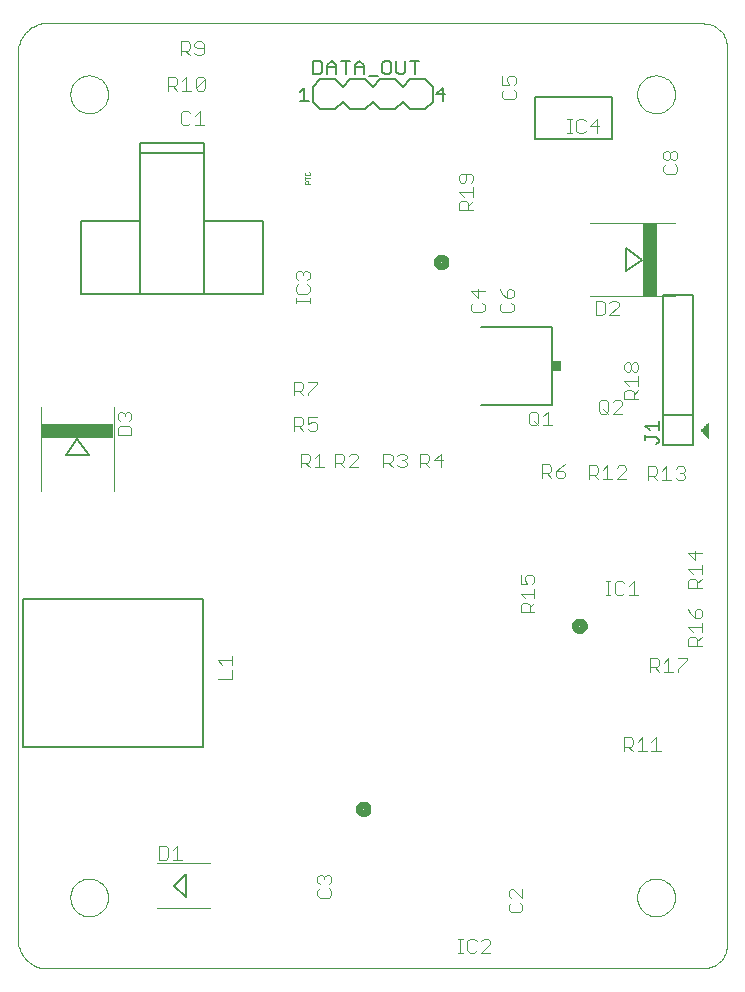
<source format=gto>
G75*
G70*
%OFA0B0*%
%FSLAX24Y24*%
%IPPOS*%
%LPD*%
%AMOC8*
5,1,8,0,0,1.08239X$1,22.5*
%
%ADD10C,0.0000*%
%ADD11C,0.0240*%
%ADD12C,0.0060*%
%ADD13C,0.0050*%
%ADD14C,0.0025*%
%ADD15C,0.0040*%
%ADD16C,0.0010*%
%ADD17C,0.0080*%
%ADD18R,0.0300X0.0340*%
%ADD19R,0.0492X0.2441*%
%ADD20R,0.2441X0.0492*%
D10*
X015719Y008027D02*
X015719Y037160D01*
X015718Y037160D02*
X015708Y037220D01*
X015702Y037280D01*
X015699Y037341D01*
X015700Y037401D01*
X015704Y037462D01*
X015713Y037522D01*
X015724Y037581D01*
X015740Y037640D01*
X015759Y037698D01*
X015781Y037754D01*
X015807Y037809D01*
X015836Y037862D01*
X015868Y037914D01*
X015903Y037963D01*
X015941Y038011D01*
X015982Y038055D01*
X016025Y038098D01*
X016071Y038137D01*
X016119Y038174D01*
X016170Y038208D01*
X016222Y038238D01*
X016276Y038266D01*
X016332Y038290D01*
X016389Y038311D01*
X016447Y038328D01*
X016506Y038342D01*
X038553Y038342D01*
X038553Y038341D02*
X038607Y038339D01*
X038660Y038334D01*
X038713Y038325D01*
X038765Y038312D01*
X038817Y038296D01*
X038867Y038276D01*
X038915Y038253D01*
X038962Y038226D01*
X039007Y038197D01*
X039050Y038164D01*
X039090Y038129D01*
X039128Y038091D01*
X039163Y038051D01*
X039196Y038008D01*
X039225Y037963D01*
X039252Y037916D01*
X039275Y037868D01*
X039295Y037818D01*
X039311Y037766D01*
X039324Y037714D01*
X039333Y037661D01*
X039338Y037608D01*
X039340Y037554D01*
X039341Y037554D02*
X039341Y007633D01*
X039340Y007633D02*
X039338Y007579D01*
X039333Y007526D01*
X039324Y007473D01*
X039311Y007421D01*
X039295Y007369D01*
X039275Y007319D01*
X039252Y007271D01*
X039225Y007224D01*
X039196Y007179D01*
X039163Y007136D01*
X039128Y007096D01*
X039090Y007058D01*
X039050Y007023D01*
X039007Y006990D01*
X038962Y006961D01*
X038915Y006934D01*
X038867Y006911D01*
X038817Y006891D01*
X038765Y006875D01*
X038713Y006862D01*
X038660Y006853D01*
X038607Y006848D01*
X038553Y006846D01*
X016506Y006846D01*
X016506Y006845D02*
X016447Y006859D01*
X016389Y006876D01*
X016332Y006897D01*
X016276Y006921D01*
X016222Y006949D01*
X016170Y006979D01*
X016119Y007013D01*
X016071Y007050D01*
X016025Y007089D01*
X015982Y007132D01*
X015941Y007176D01*
X015903Y007224D01*
X015868Y007273D01*
X015836Y007325D01*
X015807Y007378D01*
X015781Y007433D01*
X015759Y007489D01*
X015740Y007547D01*
X015724Y007606D01*
X015713Y007665D01*
X015704Y007725D01*
X015700Y007786D01*
X015699Y007846D01*
X015702Y007907D01*
X015708Y007967D01*
X015718Y008027D01*
X017451Y009208D02*
X017453Y009258D01*
X017459Y009308D01*
X017469Y009357D01*
X017483Y009405D01*
X017500Y009452D01*
X017521Y009497D01*
X017546Y009541D01*
X017574Y009582D01*
X017606Y009621D01*
X017640Y009658D01*
X017677Y009692D01*
X017717Y009722D01*
X017759Y009749D01*
X017803Y009773D01*
X017849Y009794D01*
X017896Y009810D01*
X017944Y009823D01*
X017994Y009832D01*
X018043Y009837D01*
X018094Y009838D01*
X018144Y009835D01*
X018193Y009828D01*
X018242Y009817D01*
X018290Y009802D01*
X018336Y009784D01*
X018381Y009762D01*
X018424Y009736D01*
X018465Y009707D01*
X018504Y009675D01*
X018540Y009640D01*
X018572Y009602D01*
X018602Y009562D01*
X018629Y009519D01*
X018652Y009475D01*
X018671Y009429D01*
X018687Y009381D01*
X018699Y009332D01*
X018707Y009283D01*
X018711Y009233D01*
X018711Y009183D01*
X018707Y009133D01*
X018699Y009084D01*
X018687Y009035D01*
X018671Y008987D01*
X018652Y008941D01*
X018629Y008897D01*
X018602Y008854D01*
X018572Y008814D01*
X018540Y008776D01*
X018504Y008741D01*
X018465Y008709D01*
X018424Y008680D01*
X018381Y008654D01*
X018336Y008632D01*
X018290Y008614D01*
X018242Y008599D01*
X018193Y008588D01*
X018144Y008581D01*
X018094Y008578D01*
X018043Y008579D01*
X017994Y008584D01*
X017944Y008593D01*
X017896Y008606D01*
X017849Y008622D01*
X017803Y008643D01*
X017759Y008667D01*
X017717Y008694D01*
X017677Y008724D01*
X017640Y008758D01*
X017606Y008795D01*
X017574Y008834D01*
X017546Y008875D01*
X017521Y008919D01*
X017500Y008964D01*
X017483Y009011D01*
X017469Y009059D01*
X017459Y009108D01*
X017453Y009158D01*
X017451Y009208D01*
X036349Y009208D02*
X036351Y009258D01*
X036357Y009308D01*
X036367Y009357D01*
X036381Y009405D01*
X036398Y009452D01*
X036419Y009497D01*
X036444Y009541D01*
X036472Y009582D01*
X036504Y009621D01*
X036538Y009658D01*
X036575Y009692D01*
X036615Y009722D01*
X036657Y009749D01*
X036701Y009773D01*
X036747Y009794D01*
X036794Y009810D01*
X036842Y009823D01*
X036892Y009832D01*
X036941Y009837D01*
X036992Y009838D01*
X037042Y009835D01*
X037091Y009828D01*
X037140Y009817D01*
X037188Y009802D01*
X037234Y009784D01*
X037279Y009762D01*
X037322Y009736D01*
X037363Y009707D01*
X037402Y009675D01*
X037438Y009640D01*
X037470Y009602D01*
X037500Y009562D01*
X037527Y009519D01*
X037550Y009475D01*
X037569Y009429D01*
X037585Y009381D01*
X037597Y009332D01*
X037605Y009283D01*
X037609Y009233D01*
X037609Y009183D01*
X037605Y009133D01*
X037597Y009084D01*
X037585Y009035D01*
X037569Y008987D01*
X037550Y008941D01*
X037527Y008897D01*
X037500Y008854D01*
X037470Y008814D01*
X037438Y008776D01*
X037402Y008741D01*
X037363Y008709D01*
X037322Y008680D01*
X037279Y008654D01*
X037234Y008632D01*
X037188Y008614D01*
X037140Y008599D01*
X037091Y008588D01*
X037042Y008581D01*
X036992Y008578D01*
X036941Y008579D01*
X036892Y008584D01*
X036842Y008593D01*
X036794Y008606D01*
X036747Y008622D01*
X036701Y008643D01*
X036657Y008667D01*
X036615Y008694D01*
X036575Y008724D01*
X036538Y008758D01*
X036504Y008795D01*
X036472Y008834D01*
X036444Y008875D01*
X036419Y008919D01*
X036398Y008964D01*
X036381Y009011D01*
X036367Y009059D01*
X036357Y009108D01*
X036351Y009158D01*
X036349Y009208D01*
X036349Y035979D02*
X036351Y036029D01*
X036357Y036079D01*
X036367Y036128D01*
X036381Y036176D01*
X036398Y036223D01*
X036419Y036268D01*
X036444Y036312D01*
X036472Y036353D01*
X036504Y036392D01*
X036538Y036429D01*
X036575Y036463D01*
X036615Y036493D01*
X036657Y036520D01*
X036701Y036544D01*
X036747Y036565D01*
X036794Y036581D01*
X036842Y036594D01*
X036892Y036603D01*
X036941Y036608D01*
X036992Y036609D01*
X037042Y036606D01*
X037091Y036599D01*
X037140Y036588D01*
X037188Y036573D01*
X037234Y036555D01*
X037279Y036533D01*
X037322Y036507D01*
X037363Y036478D01*
X037402Y036446D01*
X037438Y036411D01*
X037470Y036373D01*
X037500Y036333D01*
X037527Y036290D01*
X037550Y036246D01*
X037569Y036200D01*
X037585Y036152D01*
X037597Y036103D01*
X037605Y036054D01*
X037609Y036004D01*
X037609Y035954D01*
X037605Y035904D01*
X037597Y035855D01*
X037585Y035806D01*
X037569Y035758D01*
X037550Y035712D01*
X037527Y035668D01*
X037500Y035625D01*
X037470Y035585D01*
X037438Y035547D01*
X037402Y035512D01*
X037363Y035480D01*
X037322Y035451D01*
X037279Y035425D01*
X037234Y035403D01*
X037188Y035385D01*
X037140Y035370D01*
X037091Y035359D01*
X037042Y035352D01*
X036992Y035349D01*
X036941Y035350D01*
X036892Y035355D01*
X036842Y035364D01*
X036794Y035377D01*
X036747Y035393D01*
X036701Y035414D01*
X036657Y035438D01*
X036615Y035465D01*
X036575Y035495D01*
X036538Y035529D01*
X036504Y035566D01*
X036472Y035605D01*
X036444Y035646D01*
X036419Y035690D01*
X036398Y035735D01*
X036381Y035782D01*
X036367Y035830D01*
X036357Y035879D01*
X036351Y035929D01*
X036349Y035979D01*
X017451Y035979D02*
X017453Y036029D01*
X017459Y036079D01*
X017469Y036128D01*
X017483Y036176D01*
X017500Y036223D01*
X017521Y036268D01*
X017546Y036312D01*
X017574Y036353D01*
X017606Y036392D01*
X017640Y036429D01*
X017677Y036463D01*
X017717Y036493D01*
X017759Y036520D01*
X017803Y036544D01*
X017849Y036565D01*
X017896Y036581D01*
X017944Y036594D01*
X017994Y036603D01*
X018043Y036608D01*
X018094Y036609D01*
X018144Y036606D01*
X018193Y036599D01*
X018242Y036588D01*
X018290Y036573D01*
X018336Y036555D01*
X018381Y036533D01*
X018424Y036507D01*
X018465Y036478D01*
X018504Y036446D01*
X018540Y036411D01*
X018572Y036373D01*
X018602Y036333D01*
X018629Y036290D01*
X018652Y036246D01*
X018671Y036200D01*
X018687Y036152D01*
X018699Y036103D01*
X018707Y036054D01*
X018711Y036004D01*
X018711Y035954D01*
X018707Y035904D01*
X018699Y035855D01*
X018687Y035806D01*
X018671Y035758D01*
X018652Y035712D01*
X018629Y035668D01*
X018602Y035625D01*
X018572Y035585D01*
X018540Y035547D01*
X018504Y035512D01*
X018465Y035480D01*
X018424Y035451D01*
X018381Y035425D01*
X018336Y035403D01*
X018290Y035385D01*
X018242Y035370D01*
X018193Y035359D01*
X018144Y035352D01*
X018094Y035349D01*
X018043Y035350D01*
X017994Y035355D01*
X017944Y035364D01*
X017896Y035377D01*
X017849Y035393D01*
X017803Y035414D01*
X017759Y035438D01*
X017717Y035465D01*
X017677Y035495D01*
X017640Y035529D01*
X017606Y035566D01*
X017574Y035605D01*
X017546Y035646D01*
X017521Y035690D01*
X017500Y035735D01*
X017483Y035782D01*
X017469Y035830D01*
X017459Y035879D01*
X017453Y035929D01*
X017451Y035979D01*
D11*
X029671Y030389D02*
X029673Y030412D01*
X029679Y030435D01*
X029688Y030457D01*
X029701Y030476D01*
X029717Y030493D01*
X029735Y030508D01*
X029756Y030519D01*
X029778Y030527D01*
X029801Y030531D01*
X029825Y030531D01*
X029848Y030527D01*
X029870Y030519D01*
X029891Y030508D01*
X029909Y030493D01*
X029925Y030476D01*
X029938Y030457D01*
X029947Y030435D01*
X029953Y030412D01*
X029955Y030389D01*
X029953Y030366D01*
X029947Y030343D01*
X029938Y030321D01*
X029925Y030302D01*
X029909Y030285D01*
X029891Y030270D01*
X029870Y030259D01*
X029848Y030251D01*
X029825Y030247D01*
X029801Y030247D01*
X029778Y030251D01*
X029756Y030259D01*
X029735Y030270D01*
X029717Y030285D01*
X029701Y030302D01*
X029688Y030321D01*
X029679Y030343D01*
X029673Y030366D01*
X029671Y030389D01*
X034278Y018263D02*
X034280Y018286D01*
X034286Y018309D01*
X034295Y018331D01*
X034308Y018350D01*
X034324Y018367D01*
X034342Y018382D01*
X034363Y018393D01*
X034385Y018401D01*
X034408Y018405D01*
X034432Y018405D01*
X034455Y018401D01*
X034477Y018393D01*
X034498Y018382D01*
X034516Y018367D01*
X034532Y018350D01*
X034545Y018331D01*
X034554Y018309D01*
X034560Y018286D01*
X034562Y018263D01*
X034560Y018240D01*
X034554Y018217D01*
X034545Y018195D01*
X034532Y018176D01*
X034516Y018159D01*
X034498Y018144D01*
X034477Y018133D01*
X034455Y018125D01*
X034432Y018121D01*
X034408Y018121D01*
X034385Y018125D01*
X034363Y018133D01*
X034342Y018144D01*
X034324Y018159D01*
X034308Y018176D01*
X034295Y018195D01*
X034286Y018217D01*
X034280Y018240D01*
X034278Y018263D01*
X027073Y012160D02*
X027075Y012183D01*
X027081Y012206D01*
X027090Y012228D01*
X027103Y012247D01*
X027119Y012264D01*
X027137Y012279D01*
X027158Y012290D01*
X027180Y012298D01*
X027203Y012302D01*
X027227Y012302D01*
X027250Y012298D01*
X027272Y012290D01*
X027293Y012279D01*
X027311Y012264D01*
X027327Y012247D01*
X027340Y012228D01*
X027349Y012206D01*
X027355Y012183D01*
X027357Y012160D01*
X027355Y012137D01*
X027349Y012114D01*
X027340Y012092D01*
X027327Y012073D01*
X027311Y012056D01*
X027293Y012041D01*
X027272Y012030D01*
X027250Y012022D01*
X027227Y012018D01*
X027203Y012018D01*
X027180Y012022D01*
X027158Y012030D01*
X027137Y012041D01*
X027119Y012056D01*
X027103Y012073D01*
X027090Y012092D01*
X027081Y012114D01*
X027075Y012137D01*
X027073Y012160D01*
D12*
X037215Y024290D02*
X037215Y025290D01*
X038215Y025290D01*
X038215Y024290D01*
X037215Y024290D01*
X037215Y025290D02*
X037215Y029290D01*
X038215Y029290D01*
X038215Y025290D01*
X029280Y035479D02*
X028780Y035479D01*
X028530Y035729D01*
X028280Y035479D01*
X027780Y035479D01*
X027530Y035729D01*
X027280Y035479D01*
X026780Y035479D01*
X026530Y035729D01*
X026280Y035479D01*
X025780Y035479D01*
X025530Y035729D01*
X025530Y036229D01*
X025780Y036479D01*
X026280Y036479D01*
X026530Y036229D01*
X026780Y036479D01*
X027280Y036479D01*
X027530Y036229D01*
X027780Y036479D01*
X028280Y036479D01*
X028530Y036229D01*
X028780Y036479D01*
X029280Y036479D01*
X029530Y036229D01*
X029530Y035729D01*
X029280Y035479D01*
D13*
X029655Y035980D02*
X029955Y035980D01*
X029880Y036205D02*
X029655Y035980D01*
X029880Y035754D02*
X029880Y036205D01*
X028928Y036654D02*
X028928Y037105D01*
X028778Y037105D02*
X029078Y037105D01*
X028617Y037105D02*
X028617Y036729D01*
X028542Y036654D01*
X028392Y036654D01*
X028317Y036729D01*
X028317Y037105D01*
X028157Y037030D02*
X028082Y037105D01*
X027932Y037105D01*
X027857Y037030D01*
X027857Y036729D01*
X027932Y036654D01*
X028082Y036654D01*
X028157Y036729D01*
X028157Y037030D01*
X027697Y036579D02*
X027396Y036579D01*
X027236Y036654D02*
X027236Y036955D01*
X027086Y037105D01*
X026936Y036955D01*
X026936Y036654D01*
X026936Y036880D02*
X027236Y036880D01*
X026776Y037105D02*
X026476Y037105D01*
X026626Y037105D02*
X026626Y036654D01*
X026315Y036654D02*
X026315Y036955D01*
X026165Y037105D01*
X026015Y036955D01*
X026015Y036654D01*
X025855Y036729D02*
X025855Y037030D01*
X025780Y037105D01*
X025555Y037105D01*
X025555Y036654D01*
X025780Y036654D01*
X025855Y036729D01*
X026015Y036880D02*
X026315Y036880D01*
X025255Y036205D02*
X025255Y035754D01*
X025105Y035754D02*
X025405Y035754D01*
X025105Y036055D02*
X025255Y036205D01*
X021900Y034365D02*
X019774Y034365D01*
X019774Y034011D01*
X021900Y034011D01*
X021900Y034365D01*
X021900Y034011D02*
X021900Y031767D01*
X023868Y031767D01*
X023868Y029326D01*
X021900Y029326D01*
X021900Y031767D01*
X019774Y031767D02*
X019774Y029326D01*
X017805Y029326D01*
X017805Y031767D01*
X019774Y031767D01*
X019774Y034011D01*
X019774Y029326D02*
X021900Y029326D01*
X021860Y019149D02*
X015876Y019149D01*
X015876Y014227D01*
X021860Y014227D01*
X021860Y019149D01*
X036614Y024466D02*
X036614Y024616D01*
X036614Y024541D02*
X036990Y024541D01*
X037065Y024466D01*
X037065Y024390D01*
X036990Y024315D01*
X037065Y024776D02*
X037065Y025076D01*
X037065Y024926D02*
X036614Y024926D01*
X036765Y024776D01*
D14*
X038465Y024790D02*
X038715Y025040D01*
X038715Y024540D01*
X038465Y024790D01*
X038468Y024793D02*
X038715Y024793D01*
X038715Y024770D02*
X038486Y024770D01*
X038509Y024746D02*
X038715Y024746D01*
X038715Y024723D02*
X038533Y024723D01*
X038556Y024699D02*
X038715Y024699D01*
X038715Y024676D02*
X038579Y024676D01*
X038603Y024652D02*
X038715Y024652D01*
X038715Y024629D02*
X038626Y024629D01*
X038650Y024605D02*
X038715Y024605D01*
X038715Y024582D02*
X038673Y024582D01*
X038697Y024559D02*
X038715Y024559D01*
X038715Y024817D02*
X038491Y024817D01*
X038514Y024840D02*
X038715Y024840D01*
X038715Y024863D02*
X038538Y024863D01*
X038561Y024887D02*
X038715Y024887D01*
X038715Y024910D02*
X038585Y024910D01*
X038608Y024934D02*
X038715Y024934D01*
X038715Y024957D02*
X038632Y024957D01*
X038655Y024981D02*
X038715Y024981D01*
X038715Y025004D02*
X038679Y025004D01*
X038702Y025028D02*
X038715Y025028D01*
D15*
X037860Y023574D02*
X037937Y023497D01*
X037937Y023420D01*
X037860Y023344D01*
X037937Y023267D01*
X037937Y023190D01*
X037860Y023114D01*
X037707Y023114D01*
X037630Y023190D01*
X037477Y023114D02*
X037170Y023114D01*
X037323Y023114D02*
X037323Y023574D01*
X037170Y023420D01*
X037016Y023344D02*
X037016Y023497D01*
X036939Y023574D01*
X036709Y023574D01*
X036709Y023114D01*
X036709Y023267D02*
X036939Y023267D01*
X037016Y023344D01*
X036863Y023267D02*
X037016Y023114D01*
X037630Y023497D02*
X037707Y023574D01*
X037860Y023574D01*
X037860Y023344D02*
X037783Y023344D01*
X035968Y023460D02*
X035968Y023537D01*
X035892Y023613D01*
X035738Y023613D01*
X035662Y023537D01*
X035968Y023460D02*
X035662Y023153D01*
X035968Y023153D01*
X035508Y023153D02*
X035201Y023153D01*
X035048Y023153D02*
X034894Y023306D01*
X034971Y023306D02*
X034741Y023306D01*
X034741Y023153D02*
X034741Y023613D01*
X034971Y023613D01*
X035048Y023537D01*
X035048Y023383D01*
X034971Y023306D01*
X035201Y023460D02*
X035355Y023613D01*
X035355Y023153D01*
X033946Y023265D02*
X033946Y023342D01*
X033869Y023419D01*
X033639Y023419D01*
X033639Y023265D01*
X033715Y023188D01*
X033869Y023188D01*
X033946Y023265D01*
X033792Y023572D02*
X033639Y023419D01*
X033485Y023419D02*
X033408Y023342D01*
X033178Y023342D01*
X033178Y023188D02*
X033178Y023649D01*
X033408Y023649D01*
X033485Y023572D01*
X033485Y023419D01*
X033332Y023342D02*
X033485Y023188D01*
X033792Y023572D02*
X033946Y023649D01*
X033514Y024944D02*
X033208Y024944D01*
X033361Y024944D02*
X033361Y025405D01*
X033208Y025251D01*
X033054Y025328D02*
X033054Y025021D01*
X032977Y024944D01*
X032824Y024944D01*
X032747Y025021D01*
X032747Y025328D01*
X032824Y025405D01*
X032977Y025405D01*
X033054Y025328D01*
X032901Y025098D02*
X033054Y024944D01*
X035068Y025409D02*
X035144Y025332D01*
X035298Y025332D01*
X035374Y025409D01*
X035374Y025716D01*
X035298Y025792D01*
X035144Y025792D01*
X035068Y025716D01*
X035068Y025409D01*
X035221Y025486D02*
X035374Y025332D01*
X035528Y025332D02*
X035835Y025639D01*
X035835Y025716D01*
X035758Y025792D01*
X035605Y025792D01*
X035528Y025716D01*
X035528Y025332D02*
X035835Y025332D01*
X035923Y025813D02*
X035923Y026043D01*
X036000Y026120D01*
X036154Y026120D01*
X036230Y026043D01*
X036230Y025813D01*
X036230Y025967D02*
X036384Y026120D01*
X036384Y026273D02*
X036384Y026580D01*
X036384Y026427D02*
X035923Y026427D01*
X036077Y026273D01*
X036077Y026734D02*
X036000Y026734D01*
X035923Y026811D01*
X035923Y026964D01*
X036000Y027041D01*
X036077Y027041D01*
X036154Y026964D01*
X036154Y026811D01*
X036077Y026734D01*
X036154Y026811D02*
X036230Y026734D01*
X036307Y026734D01*
X036384Y026811D01*
X036384Y026964D01*
X036307Y027041D01*
X036230Y027041D01*
X036154Y026964D01*
X036384Y025813D02*
X035923Y025813D01*
X035727Y028626D02*
X035420Y028626D01*
X035727Y028933D01*
X035727Y029009D01*
X035650Y029086D01*
X035496Y029086D01*
X035420Y029009D01*
X035266Y029009D02*
X035190Y029086D01*
X034959Y029086D01*
X034959Y028626D01*
X035190Y028626D01*
X035266Y028703D01*
X035266Y029009D01*
X034789Y029245D02*
X037593Y029245D01*
X037593Y031690D02*
X034789Y031690D01*
X037219Y033411D02*
X037295Y033334D01*
X037602Y033334D01*
X037679Y033411D01*
X037679Y033564D01*
X037602Y033641D01*
X037602Y033794D02*
X037526Y033794D01*
X037449Y033871D01*
X037449Y034025D01*
X037526Y034101D01*
X037602Y034101D01*
X037679Y034025D01*
X037679Y033871D01*
X037602Y033794D01*
X037449Y033871D02*
X037372Y033794D01*
X037295Y033794D01*
X037219Y033871D01*
X037219Y034025D01*
X037295Y034101D01*
X037372Y034101D01*
X037449Y034025D01*
X037295Y033641D02*
X037219Y033564D01*
X037219Y033411D01*
X035089Y034922D02*
X034782Y034922D01*
X035013Y035152D01*
X035013Y034692D01*
X034629Y034769D02*
X034552Y034692D01*
X034399Y034692D01*
X034322Y034769D01*
X034322Y035076D01*
X034399Y035152D01*
X034552Y035152D01*
X034629Y035076D01*
X034168Y035152D02*
X034015Y035152D01*
X034092Y035152D02*
X034092Y034692D01*
X034168Y034692D02*
X034015Y034692D01*
X032303Y035905D02*
X032303Y036059D01*
X032226Y036136D01*
X032226Y036289D02*
X032303Y036366D01*
X032303Y036519D01*
X032226Y036596D01*
X032073Y036596D01*
X031996Y036519D01*
X031996Y036442D01*
X032073Y036289D01*
X031843Y036289D01*
X031843Y036596D01*
X031919Y036136D02*
X031843Y036059D01*
X031843Y035905D01*
X031919Y035829D01*
X032226Y035829D01*
X032303Y035905D01*
X030795Y033340D02*
X030488Y033340D01*
X030412Y033263D01*
X030412Y033110D01*
X030488Y033033D01*
X030565Y033033D01*
X030642Y033110D01*
X030642Y033340D01*
X030795Y033340D02*
X030872Y033263D01*
X030872Y033110D01*
X030795Y033033D01*
X030872Y032880D02*
X030872Y032573D01*
X030872Y032726D02*
X030412Y032726D01*
X030565Y032573D01*
X030488Y032419D02*
X030642Y032419D01*
X030719Y032343D01*
X030719Y032112D01*
X030872Y032112D02*
X030412Y032112D01*
X030412Y032343D01*
X030488Y032419D01*
X030719Y032266D02*
X030872Y032419D01*
X031032Y029495D02*
X031032Y029188D01*
X030801Y029418D01*
X031262Y029418D01*
X031185Y029035D02*
X031262Y028958D01*
X031262Y028804D01*
X031185Y028728D01*
X030878Y028728D01*
X030801Y028804D01*
X030801Y028958D01*
X030878Y029035D01*
X031768Y028950D02*
X031768Y028797D01*
X031844Y028720D01*
X032151Y028720D01*
X032228Y028797D01*
X032228Y028950D01*
X032151Y029027D01*
X032151Y029181D02*
X032228Y029257D01*
X032228Y029411D01*
X032151Y029488D01*
X032074Y029488D01*
X031998Y029411D01*
X031998Y029181D01*
X032151Y029181D01*
X031998Y029181D02*
X031844Y029334D01*
X031768Y029488D01*
X031844Y029027D02*
X031768Y028950D01*
X029801Y024007D02*
X029571Y023777D01*
X029878Y023777D01*
X029801Y023547D02*
X029801Y024007D01*
X029418Y023930D02*
X029418Y023777D01*
X029341Y023700D01*
X029111Y023700D01*
X029264Y023700D02*
X029418Y023547D01*
X029111Y023547D02*
X029111Y024007D01*
X029341Y024007D01*
X029418Y023930D01*
X028658Y023930D02*
X028658Y023854D01*
X028581Y023777D01*
X028658Y023700D01*
X028658Y023623D01*
X028581Y023547D01*
X028427Y023547D01*
X028351Y023623D01*
X028197Y023547D02*
X028044Y023700D01*
X028121Y023700D02*
X027890Y023700D01*
X027890Y023547D02*
X027890Y024007D01*
X028121Y024007D01*
X028197Y023930D01*
X028197Y023777D01*
X028121Y023700D01*
X028351Y023930D02*
X028427Y024007D01*
X028581Y024007D01*
X028658Y023930D01*
X028581Y023777D02*
X028504Y023777D01*
X027043Y023854D02*
X027043Y023930D01*
X026967Y024007D01*
X026813Y024007D01*
X026737Y023930D01*
X026583Y023930D02*
X026583Y023777D01*
X026506Y023700D01*
X026276Y023700D01*
X026276Y023547D02*
X026276Y024007D01*
X026506Y024007D01*
X026583Y023930D01*
X026430Y023700D02*
X026583Y023547D01*
X026737Y023547D02*
X027043Y023854D01*
X027043Y023547D02*
X026737Y023547D01*
X025902Y023547D02*
X025595Y023547D01*
X025748Y023547D02*
X025748Y024007D01*
X025595Y023854D01*
X025441Y023930D02*
X025441Y023777D01*
X025365Y023700D01*
X025134Y023700D01*
X025134Y023547D02*
X025134Y024007D01*
X025365Y024007D01*
X025441Y023930D01*
X025288Y023700D02*
X025441Y023547D01*
X025448Y024763D02*
X025371Y024840D01*
X025448Y024763D02*
X025601Y024763D01*
X025678Y024840D01*
X025678Y024993D01*
X025601Y025070D01*
X025524Y025070D01*
X025371Y024993D01*
X025371Y025224D01*
X025678Y025224D01*
X025217Y025147D02*
X025217Y024993D01*
X025141Y024917D01*
X024910Y024917D01*
X024910Y024763D02*
X024910Y025224D01*
X025141Y025224D01*
X025217Y025147D01*
X025064Y024917D02*
X025217Y024763D01*
X025217Y025944D02*
X025064Y026098D01*
X025141Y026098D02*
X024910Y026098D01*
X024910Y025944D02*
X024910Y026405D01*
X025141Y026405D01*
X025217Y026328D01*
X025217Y026174D01*
X025141Y026098D01*
X025371Y026021D02*
X025371Y025944D01*
X025371Y026021D02*
X025678Y026328D01*
X025678Y026405D01*
X025371Y026405D01*
X025434Y029029D02*
X025434Y029182D01*
X025434Y029106D02*
X024974Y029106D01*
X024974Y029182D02*
X024974Y029029D01*
X025051Y029336D02*
X025357Y029336D01*
X025434Y029413D01*
X025434Y029566D01*
X025357Y029643D01*
X025357Y029796D02*
X025434Y029873D01*
X025434Y030026D01*
X025357Y030103D01*
X025281Y030103D01*
X025204Y030026D01*
X025204Y029950D01*
X025204Y030026D02*
X025127Y030103D01*
X025051Y030103D01*
X024974Y030026D01*
X024974Y029873D01*
X025051Y029796D01*
X025051Y029643D02*
X024974Y029566D01*
X024974Y029413D01*
X025051Y029336D01*
X021912Y034960D02*
X021605Y034960D01*
X021759Y034960D02*
X021759Y035420D01*
X021605Y035267D01*
X021452Y035344D02*
X021375Y035420D01*
X021221Y035420D01*
X021145Y035344D01*
X021145Y035037D01*
X021221Y034960D01*
X021375Y034960D01*
X021452Y035037D01*
X021477Y036102D02*
X021170Y036102D01*
X021017Y036102D02*
X020863Y036255D01*
X020940Y036255D02*
X020710Y036255D01*
X020710Y036102D02*
X020710Y036562D01*
X020940Y036562D01*
X021017Y036485D01*
X021017Y036332D01*
X020940Y036255D01*
X021170Y036409D02*
X021324Y036562D01*
X021324Y036102D01*
X021631Y036178D02*
X021631Y036485D01*
X021707Y036562D01*
X021861Y036562D01*
X021938Y036485D01*
X021631Y036178D01*
X021707Y036102D01*
X021861Y036102D01*
X021938Y036178D01*
X021938Y036485D01*
X021822Y037283D02*
X021898Y037360D01*
X021898Y037667D01*
X021822Y037743D01*
X021668Y037743D01*
X021591Y037667D01*
X021591Y037590D01*
X021668Y037513D01*
X021898Y037513D01*
X021822Y037283D02*
X021668Y037283D01*
X021591Y037360D01*
X021438Y037283D02*
X021284Y037436D01*
X021361Y037436D02*
X021131Y037436D01*
X021131Y037283D02*
X021131Y037743D01*
X021361Y037743D01*
X021438Y037667D01*
X021438Y037513D01*
X021361Y037436D01*
X018910Y025570D02*
X018910Y022767D01*
X019029Y024629D02*
X019029Y024860D01*
X019106Y024936D01*
X019413Y024936D01*
X019490Y024860D01*
X019490Y024629D01*
X019029Y024629D01*
X019106Y025090D02*
X019029Y025167D01*
X019029Y025320D01*
X019106Y025397D01*
X019183Y025397D01*
X019260Y025320D01*
X019336Y025397D01*
X019413Y025397D01*
X019490Y025320D01*
X019490Y025167D01*
X019413Y025090D01*
X019260Y025243D02*
X019260Y025320D01*
X016465Y025570D02*
X016465Y022767D01*
X022368Y017109D02*
X022829Y017109D01*
X022829Y016956D02*
X022829Y017263D01*
X022522Y016956D02*
X022368Y017109D01*
X022829Y016802D02*
X022829Y016495D01*
X022368Y016495D01*
X021014Y010932D02*
X020861Y010778D01*
X020708Y010855D02*
X020631Y010932D01*
X020401Y010932D01*
X020401Y010471D01*
X020631Y010471D01*
X020708Y010548D01*
X020708Y010855D01*
X021014Y010932D02*
X021014Y010471D01*
X020861Y010471D02*
X021168Y010471D01*
X020341Y010351D02*
X022121Y010351D01*
X022121Y008851D02*
X020341Y008851D01*
X025687Y009277D02*
X025764Y009201D01*
X026071Y009201D01*
X026148Y009277D01*
X026148Y009431D01*
X026071Y009508D01*
X026071Y009661D02*
X026148Y009738D01*
X026148Y009891D01*
X026071Y009968D01*
X025994Y009968D01*
X025917Y009891D01*
X025917Y009815D01*
X025917Y009891D02*
X025841Y009968D01*
X025764Y009968D01*
X025687Y009891D01*
X025687Y009738D01*
X025764Y009661D01*
X025764Y009508D02*
X025687Y009431D01*
X025687Y009277D01*
X030380Y007826D02*
X030534Y007826D01*
X030457Y007826D02*
X030457Y007366D01*
X030380Y007366D02*
X030534Y007366D01*
X030687Y007442D02*
X030687Y007749D01*
X030764Y007826D01*
X030918Y007826D01*
X030994Y007749D01*
X031148Y007749D02*
X031225Y007826D01*
X031378Y007826D01*
X031455Y007749D01*
X031455Y007672D01*
X031148Y007366D01*
X031455Y007366D01*
X030994Y007442D02*
X030918Y007366D01*
X030764Y007366D01*
X030687Y007442D01*
X032061Y008804D02*
X032138Y008728D01*
X032445Y008728D01*
X032522Y008804D01*
X032522Y008958D01*
X032445Y009035D01*
X032522Y009188D02*
X032215Y009495D01*
X032138Y009495D01*
X032061Y009418D01*
X032061Y009265D01*
X032138Y009188D01*
X032138Y009035D02*
X032061Y008958D01*
X032061Y008804D01*
X032522Y009188D02*
X032522Y009495D01*
X035898Y014086D02*
X035898Y014546D01*
X036128Y014546D01*
X036205Y014470D01*
X036205Y014316D01*
X036128Y014239D01*
X035898Y014239D01*
X036052Y014239D02*
X036205Y014086D01*
X036359Y014086D02*
X036666Y014086D01*
X036819Y014086D02*
X037126Y014086D01*
X036972Y014086D02*
X036972Y014546D01*
X036819Y014393D01*
X036512Y014546D02*
X036512Y014086D01*
X036359Y014393D02*
X036512Y014546D01*
X036773Y016732D02*
X036773Y017192D01*
X037003Y017192D01*
X037080Y017115D01*
X037080Y016962D01*
X037003Y016885D01*
X036773Y016885D01*
X036926Y016885D02*
X037080Y016732D01*
X037233Y016732D02*
X037540Y016732D01*
X037387Y016732D02*
X037387Y017192D01*
X037233Y017039D01*
X037694Y017192D02*
X038001Y017192D01*
X038001Y017115D01*
X037694Y016808D01*
X037694Y016732D01*
X038045Y017600D02*
X038045Y017830D01*
X038122Y017907D01*
X038276Y017907D01*
X038352Y017830D01*
X038352Y017600D01*
X038352Y017753D02*
X038506Y017907D01*
X038506Y018060D02*
X038506Y018367D01*
X038506Y018214D02*
X038045Y018214D01*
X038199Y018060D01*
X038276Y018521D02*
X038276Y018751D01*
X038352Y018828D01*
X038429Y018828D01*
X038506Y018751D01*
X038506Y018597D01*
X038429Y018521D01*
X038276Y018521D01*
X038122Y018674D01*
X038045Y018828D01*
X038045Y019529D02*
X038045Y019759D01*
X038122Y019836D01*
X038276Y019836D01*
X038352Y019759D01*
X038352Y019529D01*
X038352Y019682D02*
X038506Y019836D01*
X038506Y019989D02*
X038506Y020296D01*
X038506Y020143D02*
X038045Y020143D01*
X038199Y019989D01*
X038276Y020450D02*
X038276Y020757D01*
X038506Y020680D02*
X038045Y020680D01*
X038276Y020450D01*
X038506Y019529D02*
X038045Y019529D01*
X036378Y019297D02*
X036071Y019297D01*
X036225Y019297D02*
X036225Y019757D01*
X036071Y019604D01*
X035918Y019680D02*
X035841Y019757D01*
X035687Y019757D01*
X035611Y019680D01*
X035611Y019373D01*
X035687Y019297D01*
X035841Y019297D01*
X035918Y019373D01*
X035457Y019297D02*
X035304Y019297D01*
X035380Y019297D02*
X035380Y019757D01*
X035304Y019757D02*
X035457Y019757D01*
X032919Y019724D02*
X032843Y019647D01*
X032919Y019724D02*
X032919Y019877D01*
X032843Y019954D01*
X032689Y019954D01*
X032612Y019877D01*
X032612Y019801D01*
X032689Y019647D01*
X032459Y019647D01*
X032459Y019954D01*
X032459Y019340D02*
X032919Y019340D01*
X032919Y019187D02*
X032919Y019494D01*
X032612Y019187D02*
X032459Y019340D01*
X032536Y019033D02*
X032689Y019033D01*
X032766Y018957D01*
X032766Y018726D01*
X032919Y018726D02*
X032459Y018726D01*
X032459Y018957D01*
X032536Y019033D01*
X032766Y018880D02*
X032919Y019033D01*
X038045Y017600D02*
X038506Y017600D01*
D16*
X025441Y032983D02*
X025291Y032983D01*
X025291Y033058D01*
X025316Y033083D01*
X025366Y033083D01*
X025391Y033058D01*
X025391Y032983D01*
X025291Y033131D02*
X025291Y033231D01*
X025291Y033181D02*
X025441Y033181D01*
X025416Y033278D02*
X025441Y033303D01*
X025441Y033353D01*
X025416Y033378D01*
X025416Y033278D02*
X025316Y033278D01*
X025291Y033303D01*
X025291Y033353D01*
X025316Y033378D01*
D17*
X031138Y028214D02*
X033498Y028214D01*
X033498Y025634D01*
X031138Y025634D01*
X035977Y030074D02*
X035977Y030861D01*
X036518Y030468D01*
X035977Y030074D01*
X035513Y034492D02*
X032933Y034492D01*
X032933Y035892D01*
X035513Y035892D01*
X035513Y034492D01*
X018081Y023955D02*
X017294Y023955D01*
X017687Y024495D01*
X018081Y023955D01*
X021307Y009995D02*
X020904Y009601D01*
X021307Y009208D01*
X021307Y009995D01*
D18*
X033688Y026924D03*
D19*
X036772Y030468D03*
D20*
X017687Y024749D03*
M02*

</source>
